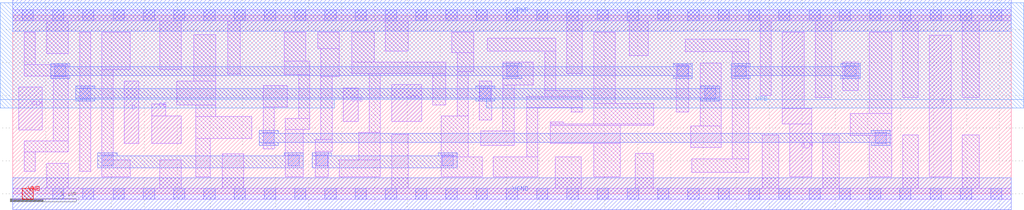
<source format=lef>
# Copyright 2020 The SkyWater PDK Authors
#
# Licensed under the Apache License, Version 2.0 (the "License");
# you may not use this file except in compliance with the License.
# You may obtain a copy of the License at
#
#     https://www.apache.org/licenses/LICENSE-2.0
#
# Unless required by applicable law or agreed to in writing, software
# distributed under the License is distributed on an "AS IS" BASIS,
# WITHOUT WARRANTIES OR CONDITIONS OF ANY KIND, either express or implied.
# See the License for the specific language governing permissions and
# limitations under the License.
#
# SPDX-License-Identifier: Apache-2.0

VERSION 5.7 ;
  NOWIREEXTENSIONATPIN ON ;
  DIVIDERCHAR "/" ;
  BUSBITCHARS "[]" ;
MACRO sky130_fd_sc_hd__sedfxbp_2
  CLASS CORE ;
  FOREIGN sky130_fd_sc_hd__sedfxbp_2 ;
  ORIGIN  0.000000  0.000000 ;
  SIZE  15.18000 BY  2.720000 ;
  SYMMETRY X Y R90 ;
  SITE unithd ;
  PIN D
    ANTENNAGATEAREA  0.159000 ;
    DIRECTION INPUT ;
    USE SIGNAL ;
    PORT
      LAYER li1 ;
        RECT 1.695000 0.765000 1.915000 1.720000 ;
    END
  END D
  PIN DE
    ANTENNAGATEAREA  0.318000 ;
    DIRECTION INPUT ;
    USE SIGNAL ;
    PORT
      LAYER li1 ;
        RECT 2.110000 0.765000 2.565000 1.185000 ;
        RECT 2.110000 1.185000 2.325000 1.370000 ;
    END
  END DE
  PIN Q
    ANTENNADIFFAREA  0.445500 ;
    DIRECTION OUTPUT ;
    USE SIGNAL ;
    PORT
      LAYER li1 ;
        RECT 13.935000 0.255000 14.265000 2.420000 ;
    END
  END Q
  PIN Q_N
    ANTENNADIFFAREA  0.445500 ;
    DIRECTION OUTPUT ;
    USE SIGNAL ;
    PORT
      LAYER li1 ;
        RECT 11.700000 1.065000 12.145000 1.300000 ;
        RECT 11.700000 1.300000 12.030000 2.465000 ;
        RECT 11.815000 0.255000 12.145000 1.065000 ;
    END
  END Q_N
  PIN SCD
    ANTENNAGATEAREA  0.159000 ;
    DIRECTION INPUT ;
    USE SIGNAL ;
    PORT
      LAYER li1 ;
        RECT 5.760000 1.105000 6.215000 1.665000 ;
    END
  END SCD
  PIN SCE
    ANTENNAGATEAREA  0.318000 ;
    DIRECTION INPUT ;
    USE SIGNAL ;
    PORT
      LAYER li1 ;
        RECT 5.025000 1.105000 5.250000 1.615000 ;
    END
  END SCE
  PIN VNB
    PORT
      LAYER pwell ;
        RECT 0.145000 -0.085000 0.315000 0.085000 ;
    END
  END VNB
  PIN VPB
    PORT
      LAYER nwell ;
        RECT -0.190000 1.305000  4.885000 1.435000 ;
        RECT -0.190000 1.435000 15.370000 2.910000 ;
        RECT  7.200000 1.305000 15.370000 1.435000 ;
    END
  END VPB
  PIN CLK
    ANTENNAGATEAREA  0.159000 ;
    DIRECTION INPUT ;
    USE CLOCK ;
    PORT
      LAYER li1 ;
        RECT 0.095000 0.975000 0.445000 1.625000 ;
    END
  END CLK
  PIN VGND
    DIRECTION INOUT ;
    SHAPE ABUTMENT ;
    USE GROUND ;
    PORT
      LAYER met1 ;
        RECT 0.000000 -0.240000 15.180000 0.240000 ;
    END
  END VGND
  PIN VPWR
    DIRECTION INOUT ;
    SHAPE ABUTMENT ;
    USE POWER ;
    PORT
      LAYER met1 ;
        RECT 0.000000 2.480000 15.180000 2.960000 ;
    END
  END VPWR
  OBS
    LAYER li1 ;
      RECT  0.000000 -0.085000 15.180000 0.085000 ;
      RECT  0.000000  2.635000 15.180000 2.805000 ;
      RECT  0.175000  0.345000  0.345000 0.635000 ;
      RECT  0.175000  0.635000  0.845000 0.805000 ;
      RECT  0.175000  1.795000  0.845000 1.965000 ;
      RECT  0.175000  1.965000  0.345000 2.465000 ;
      RECT  0.515000  0.085000  0.845000 0.465000 ;
      RECT  0.515000  2.135000  0.845000 2.635000 ;
      RECT  0.615000  0.805000  0.845000 1.795000 ;
      RECT  1.015000  0.345000  1.185000 2.465000 ;
      RECT  1.355000  0.255000  1.785000 0.515000 ;
      RECT  1.355000  0.515000  1.525000 1.890000 ;
      RECT  1.355000  1.890000  1.785000 2.465000 ;
      RECT  2.235000  0.085000  2.565000 0.515000 ;
      RECT  2.235000  1.890000  2.565000 2.635000 ;
      RECT  2.495000  1.355000  3.085000 1.720000 ;
      RECT  2.755000  1.720000  3.085000 2.425000 ;
      RECT  2.780000  0.255000  3.005000 0.845000 ;
      RECT  2.780000  0.845000  3.635000 1.175000 ;
      RECT  2.780000  1.175000  3.085000 1.355000 ;
      RECT  3.185000  0.085000  3.515000 0.610000 ;
      RECT  3.265000  1.825000  3.460000 2.635000 ;
      RECT  3.805000  0.685000  3.975000 1.320000 ;
      RECT  3.805000  1.320000  4.175000 1.650000 ;
      RECT  4.125000  1.820000  4.515000 2.020000 ;
      RECT  4.125000  2.020000  4.455000 2.465000 ;
      RECT  4.145000  0.255000  4.415000 0.980000 ;
      RECT  4.145000  0.980000  4.515000 1.150000 ;
      RECT  4.345000  1.150000  4.515000 1.820000 ;
      RECT  4.595000  0.255000  4.795000 0.645000 ;
      RECT  4.595000  0.645000  4.855000 0.825000 ;
      RECT  4.635000  2.210000  4.965000 2.465000 ;
      RECT  4.685000  0.825000  4.855000 1.785000 ;
      RECT  4.685000  1.785000  4.965000 2.210000 ;
      RECT  4.965000  0.255000  5.590000 0.515000 ;
      RECT  5.155000  1.835000  6.585000 2.005000 ;
      RECT  5.155000  2.005000  5.495000 2.465000 ;
      RECT  5.260000  0.515000  5.590000 0.935000 ;
      RECT  5.420000  0.935000  5.590000 1.835000 ;
      RECT  5.665000  2.175000  6.010000 2.635000 ;
      RECT  5.760000  0.085000  6.010000 0.905000 ;
      RECT  6.385000  1.355000  6.585000 1.835000 ;
      RECT  6.515000  0.255000  7.135000 0.565000 ;
      RECT  6.515000  0.565000  6.925000 1.185000 ;
      RECT  6.675000  2.150000  7.005000 2.465000 ;
      RECT  6.755000  1.185000  6.925000 1.865000 ;
      RECT  6.755000  1.865000  7.005000 2.150000 ;
      RECT  7.095000  1.125000  7.280000 1.720000 ;
      RECT  7.115000  0.735000  7.620000 0.955000 ;
      RECT  7.215000  2.175000  8.255000 2.375000 ;
      RECT  7.305000  0.255000  7.980000 0.565000 ;
      RECT  7.450000  0.955000  7.620000 1.655000 ;
      RECT  7.450000  1.655000  7.915000 2.005000 ;
      RECT  7.810000  0.565000  7.980000 1.315000 ;
      RECT  7.810000  1.315000  8.660000 1.485000 ;
      RECT  8.085000  1.485000  8.660000 1.575000 ;
      RECT  8.085000  1.575000  8.255000 2.175000 ;
      RECT  8.170000  0.765000  9.235000 1.045000 ;
      RECT  8.170000  1.045000  9.745000 1.065000 ;
      RECT  8.170000  1.065000  8.370000 1.095000 ;
      RECT  8.245000  0.085000  8.640000 0.560000 ;
      RECT  8.425000  1.835000  8.660000 2.635000 ;
      RECT  8.490000  1.245000  8.660000 1.315000 ;
      RECT  8.830000  0.255000  9.235000 0.765000 ;
      RECT  8.830000  1.065000  9.745000 1.375000 ;
      RECT  8.830000  1.375000  9.160000 2.465000 ;
      RECT  9.370000  2.105000  9.660000 2.635000 ;
      RECT  9.465000  0.085000  9.740000 0.615000 ;
      RECT 10.090000  1.245000 10.280000 1.965000 ;
      RECT 10.225000  2.165000 11.190000 2.355000 ;
      RECT 10.305000  0.705000 10.770000 1.035000 ;
      RECT 10.325000  0.330000 11.190000 0.535000 ;
      RECT 10.450000  1.035000 10.770000 1.995000 ;
      RECT 10.940000  0.535000 11.190000 2.165000 ;
      RECT 11.360000  1.495000 11.530000 2.635000 ;
      RECT 11.395000  0.085000 11.645000 0.900000 ;
      RECT 12.200000  1.465000 12.450000 2.635000 ;
      RECT 12.315000  0.085000 12.565000 0.900000 ;
      RECT 12.620000  1.575000 12.850000 2.010000 ;
      RECT 12.735000  0.890000 13.360000 1.220000 ;
      RECT 13.020000  0.255000 13.360000 0.890000 ;
      RECT 13.020000  1.220000 13.360000 2.465000 ;
      RECT 13.530000  0.085000 13.765000 0.900000 ;
      RECT 13.530000  1.465000 13.765000 2.635000 ;
      RECT 14.435000  0.085000 14.695000 0.900000 ;
      RECT 14.435000  1.465000 14.695000 2.635000 ;
    LAYER mcon ;
      RECT  0.145000 -0.085000  0.315000 0.085000 ;
      RECT  0.145000  2.635000  0.315000 2.805000 ;
      RECT  0.605000 -0.085000  0.775000 0.085000 ;
      RECT  0.605000  2.635000  0.775000 2.805000 ;
      RECT  0.635000  1.785000  0.805000 1.955000 ;
      RECT  1.015000  1.445000  1.185000 1.615000 ;
      RECT  1.065000 -0.085000  1.235000 0.085000 ;
      RECT  1.065000  2.635000  1.235000 2.805000 ;
      RECT  1.355000  0.425000  1.525000 0.595000 ;
      RECT  1.525000 -0.085000  1.695000 0.085000 ;
      RECT  1.525000  2.635000  1.695000 2.805000 ;
      RECT  1.985000 -0.085000  2.155000 0.085000 ;
      RECT  1.985000  2.635000  2.155000 2.805000 ;
      RECT  2.445000 -0.085000  2.615000 0.085000 ;
      RECT  2.445000  2.635000  2.615000 2.805000 ;
      RECT  2.905000 -0.085000  3.075000 0.085000 ;
      RECT  2.905000  2.635000  3.075000 2.805000 ;
      RECT  3.365000 -0.085000  3.535000 0.085000 ;
      RECT  3.365000  2.635000  3.535000 2.805000 ;
      RECT  3.805000  0.765000  3.975000 0.935000 ;
      RECT  3.825000 -0.085000  3.995000 0.085000 ;
      RECT  3.825000  2.635000  3.995000 2.805000 ;
      RECT  4.185000  0.425000  4.355000 0.595000 ;
      RECT  4.285000 -0.085000  4.455000 0.085000 ;
      RECT  4.285000  2.635000  4.455000 2.805000 ;
      RECT  4.615000  0.425000  4.785000 0.595000 ;
      RECT  4.745000 -0.085000  4.915000 0.085000 ;
      RECT  4.745000  2.635000  4.915000 2.805000 ;
      RECT  5.205000 -0.085000  5.375000 0.085000 ;
      RECT  5.205000  2.635000  5.375000 2.805000 ;
      RECT  5.665000 -0.085000  5.835000 0.085000 ;
      RECT  5.665000  2.635000  5.835000 2.805000 ;
      RECT  6.125000 -0.085000  6.295000 0.085000 ;
      RECT  6.125000  2.635000  6.295000 2.805000 ;
      RECT  6.530000  0.425000  6.700000 0.595000 ;
      RECT  6.585000 -0.085000  6.755000 0.085000 ;
      RECT  6.585000  2.635000  6.755000 2.805000 ;
      RECT  7.045000 -0.085000  7.215000 0.085000 ;
      RECT  7.045000  2.635000  7.215000 2.805000 ;
      RECT  7.100000  1.445000  7.270000 1.615000 ;
      RECT  7.505000 -0.085000  7.675000 0.085000 ;
      RECT  7.505000  2.635000  7.675000 2.805000 ;
      RECT  7.510000  1.785000  7.680000 1.955000 ;
      RECT  7.965000 -0.085000  8.135000 0.085000 ;
      RECT  7.965000  2.635000  8.135000 2.805000 ;
      RECT  8.425000 -0.085000  8.595000 0.085000 ;
      RECT  8.425000  2.635000  8.595000 2.805000 ;
      RECT  8.885000 -0.085000  9.055000 0.085000 ;
      RECT  8.885000  2.635000  9.055000 2.805000 ;
      RECT  9.345000 -0.085000  9.515000 0.085000 ;
      RECT  9.345000  2.635000  9.515000 2.805000 ;
      RECT  9.805000 -0.085000  9.975000 0.085000 ;
      RECT  9.805000  2.635000  9.975000 2.805000 ;
      RECT 10.100000  1.785000 10.270000 1.955000 ;
      RECT 10.265000 -0.085000 10.435000 0.085000 ;
      RECT 10.265000  2.635000 10.435000 2.805000 ;
      RECT 10.520000  1.445000 10.690000 1.615000 ;
      RECT 10.725000 -0.085000 10.895000 0.085000 ;
      RECT 10.725000  2.635000 10.895000 2.805000 ;
      RECT 10.980000  1.785000 11.150000 1.955000 ;
      RECT 11.185000 -0.085000 11.355000 0.085000 ;
      RECT 11.185000  2.635000 11.355000 2.805000 ;
      RECT 11.645000 -0.085000 11.815000 0.085000 ;
      RECT 11.645000  2.635000 11.815000 2.805000 ;
      RECT 12.105000 -0.085000 12.275000 0.085000 ;
      RECT 12.105000  2.635000 12.275000 2.805000 ;
      RECT 12.565000 -0.085000 12.735000 0.085000 ;
      RECT 12.565000  2.635000 12.735000 2.805000 ;
      RECT 12.650000  1.785000 12.820000 1.955000 ;
      RECT 13.025000 -0.085000 13.195000 0.085000 ;
      RECT 13.025000  2.635000 13.195000 2.805000 ;
      RECT 13.110000  0.765000 13.280000 0.935000 ;
      RECT 13.485000 -0.085000 13.655000 0.085000 ;
      RECT 13.485000  2.635000 13.655000 2.805000 ;
      RECT 13.945000 -0.085000 14.115000 0.085000 ;
      RECT 13.945000  2.635000 14.115000 2.805000 ;
      RECT 14.405000 -0.085000 14.575000 0.085000 ;
      RECT 14.405000  2.635000 14.575000 2.805000 ;
      RECT 14.865000 -0.085000 15.035000 0.085000 ;
      RECT 14.865000  2.635000 15.035000 2.805000 ;
    LAYER met1 ;
      RECT  0.575000 1.755000  0.865000 1.800000 ;
      RECT  0.575000 1.800000 10.330000 1.940000 ;
      RECT  0.575000 1.940000  0.865000 1.985000 ;
      RECT  0.955000 1.415000  1.245000 1.460000 ;
      RECT  0.955000 1.460000 10.750000 1.600000 ;
      RECT  0.955000 1.600000  1.245000 1.645000 ;
      RECT  1.295000 0.395000  4.415000 0.580000 ;
      RECT  1.295000 0.580000  1.585000 0.625000 ;
      RECT  3.745000 0.735000  4.035000 0.780000 ;
      RECT  3.745000 0.780000 13.340000 0.920000 ;
      RECT  3.745000 0.920000  4.035000 0.965000 ;
      RECT  4.125000 0.580000  4.415000 0.625000 ;
      RECT  4.555000 0.395000  6.760000 0.580000 ;
      RECT  4.555000 0.580000  4.845000 0.625000 ;
      RECT  6.470000 0.580000  6.760000 0.625000 ;
      RECT  7.040000 1.415000  7.330000 1.460000 ;
      RECT  7.040000 1.600000  7.330000 1.645000 ;
      RECT  7.450000 1.755000  7.740000 1.800000 ;
      RECT  7.450000 1.940000  7.740000 1.985000 ;
      RECT 10.040000 1.755000 10.330000 1.800000 ;
      RECT 10.040000 1.940000 10.330000 1.985000 ;
      RECT 10.460000 1.415000 10.750000 1.460000 ;
      RECT 10.460000 1.600000 10.750000 1.645000 ;
      RECT 10.920000 1.755000 11.210000 1.800000 ;
      RECT 10.920000 1.800000 12.880000 1.940000 ;
      RECT 10.920000 1.940000 11.210000 1.985000 ;
      RECT 12.590000 1.755000 12.880000 1.800000 ;
      RECT 12.590000 1.940000 12.880000 1.985000 ;
      RECT 13.050000 0.735000 13.340000 0.780000 ;
      RECT 13.050000 0.920000 13.340000 0.965000 ;
  END
END sky130_fd_sc_hd__sedfxbp_2
END LIBRARY

</source>
